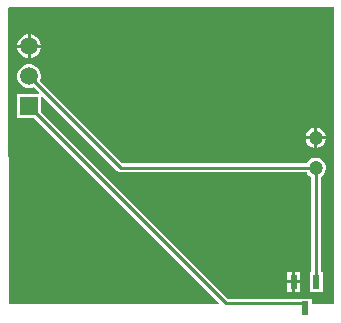
<source format=gtl>
G04*
G04 #@! TF.GenerationSoftware,Altium Limited,Altium Designer,21.8.1 (53)*
G04*
G04 Layer_Physical_Order=1*
G04 Layer_Color=255*
%FSLAX25Y25*%
%MOIN*%
G70*
G04*
G04 #@! TF.SameCoordinates,ED125225-5C5F-433F-9D6F-92EC8C22B427*
G04*
G04*
G04 #@! TF.FilePolarity,Positive*
G04*
G01*
G75*
%ADD12C,0.01000*%
%ADD13R,0.02362X0.04528*%
%ADD18C,0.04724*%
%ADD19R,0.05906X0.05906*%
%ADD20C,0.05906*%
G36*
X109500Y97000D02*
X102181D01*
Y98835D01*
X99467D01*
X99319Y98864D01*
X74299D01*
X11953Y161210D01*
Y166231D01*
X12415Y166422D01*
X37419Y141419D01*
X37915Y141087D01*
X38500Y140971D01*
X100501D01*
X100810Y140436D01*
X101436Y139810D01*
X102091Y139431D01*
Y107693D01*
X101559D01*
Y101165D01*
X105921D01*
Y107693D01*
X105149D01*
Y139570D01*
X105564Y139810D01*
X106190Y140436D01*
X106633Y141202D01*
X106862Y142057D01*
Y142943D01*
X106633Y143798D01*
X106190Y144564D01*
X105564Y145190D01*
X104798Y145633D01*
X103943Y145862D01*
X103057D01*
X102202Y145633D01*
X101436Y145190D01*
X100810Y144564D01*
X100501Y144029D01*
X39134D01*
X11684Y171478D01*
X11953Y172480D01*
Y173520D01*
X11683Y174526D01*
X11163Y175427D01*
X10427Y176163D01*
X9526Y176683D01*
X8520Y176953D01*
X7480D01*
X6474Y176683D01*
X5573Y176163D01*
X4837Y175427D01*
X4317Y174526D01*
X4047Y173520D01*
Y172480D01*
X4317Y171474D01*
X4837Y170573D01*
X5573Y169837D01*
X6474Y169317D01*
X7480Y169047D01*
X8520D01*
X9522Y169316D01*
X11422Y167415D01*
X11231Y166953D01*
X4047D01*
Y159047D01*
X9790D01*
X71375Y97462D01*
X71184Y97000D01*
X1277D01*
X1029Y195646D01*
X1382Y196000D01*
X109500D01*
Y97000D01*
D02*
G37*
%LPC*%
G36*
X8520Y186953D02*
X8500D01*
Y183500D01*
X11953D01*
Y183520D01*
X11683Y184526D01*
X11163Y185427D01*
X10427Y186163D01*
X9526Y186683D01*
X8520Y186953D01*
D02*
G37*
G36*
X7500D02*
X7480D01*
X6474Y186683D01*
X5573Y186163D01*
X4837Y185427D01*
X4317Y184526D01*
X4047Y183520D01*
Y183500D01*
X7500D01*
Y186953D01*
D02*
G37*
G36*
X11953Y182500D02*
X8500D01*
Y179047D01*
X8520D01*
X9526Y179317D01*
X10427Y179837D01*
X11163Y180573D01*
X11683Y181474D01*
X11953Y182480D01*
Y182500D01*
D02*
G37*
G36*
X7500D02*
X4047D01*
Y182480D01*
X4317Y181474D01*
X4837Y180573D01*
X5573Y179837D01*
X6474Y179317D01*
X7480Y179047D01*
X7500D01*
Y182500D01*
D02*
G37*
G36*
X104000Y155847D02*
Y153000D01*
X106847D01*
X106633Y153798D01*
X106190Y154564D01*
X105564Y155190D01*
X104798Y155633D01*
X104000Y155847D01*
D02*
G37*
G36*
X103000D02*
X102202Y155633D01*
X101436Y155190D01*
X100810Y154564D01*
X100367Y153798D01*
X100153Y153000D01*
X103000D01*
Y155847D01*
D02*
G37*
G36*
X106847Y152000D02*
X104000D01*
Y149153D01*
X104798Y149367D01*
X105564Y149810D01*
X106190Y150436D01*
X106633Y151202D01*
X106847Y152000D01*
D02*
G37*
G36*
X103000D02*
X100153D01*
X100367Y151202D01*
X100810Y150436D01*
X101436Y149810D01*
X102202Y149367D01*
X103000Y149153D01*
Y152000D01*
D02*
G37*
G36*
X98441Y107693D02*
X96760D01*
Y104929D01*
X98441D01*
Y107693D01*
D02*
G37*
G36*
X95760D02*
X94079D01*
Y104929D01*
X95760D01*
Y107693D01*
D02*
G37*
G36*
X98441Y103929D02*
X96760D01*
Y101165D01*
X98441D01*
Y103929D01*
D02*
G37*
G36*
X95760D02*
X94079D01*
Y101165D01*
X95760D01*
Y103929D01*
D02*
G37*
%LPD*%
D12*
X99319Y97335D02*
X100000Y96653D01*
X73665Y97335D02*
X99319D01*
X100000Y95571D02*
Y96653D01*
X8000Y163000D02*
X73665Y97335D01*
X38500Y142500D02*
X103500D01*
X8000Y173000D02*
X38500Y142500D01*
X103620Y104549D02*
Y142380D01*
X103500Y142500D02*
X103620Y142380D01*
Y104549D02*
X103740Y104429D01*
D13*
D03*
X96260D02*
D03*
X100000Y95571D02*
D03*
D18*
X103500Y152500D02*
D03*
Y142500D02*
D03*
D19*
X8000Y163000D02*
D03*
D20*
Y173000D02*
D03*
Y183000D02*
D03*
M02*

</source>
